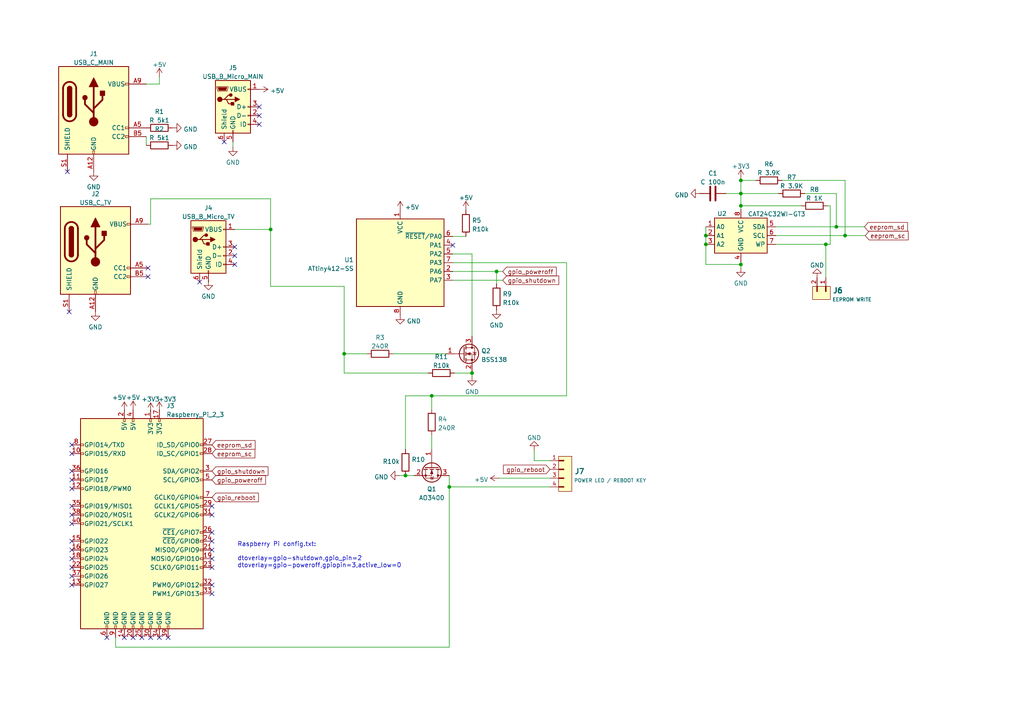
<source format=kicad_sch>
(kicad_sch (version 20211123) (generator eeschema)
  (paper "A4")
  (title_block (title "RPi TV power switch uHAT"))
  (lib_symbols
    (symbol "Connector:Raspberry_Pi_2_3" (pin_names (offset 1.016))
      (property "Reference" "J" (at -17.78 31.75 0))
      (property "Value" "Raspberry_Pi_2_3" (at 10.16 -31.75 0))
      (symbol "Raspberry_Pi_2_3_0_1"
        (rectangle (start -17.78 30.48) (end 17.78 -30.48) (stroke (width 0.254)) (fill (type background)))
      )
      (symbol "Raspberry_Pi_2_3_1_1"
        (rectangle (start -16.891 -17.526) (end -17.78 -18.034))
        (rectangle (start -16.891 -14.986) (end -17.78 -15.494))
        (rectangle (start -16.891 -12.446) (end -17.78 -12.954))
        (rectangle (start -16.891 -9.906) (end -17.78 -10.414))
        (rectangle (start -16.891 -7.366) (end -17.78 -7.874))
        (rectangle (start -16.891 -4.826) (end -17.78 -5.334))
        (rectangle (start -16.891 0.254) (end -17.78 -0.254))
        (rectangle (start -16.891 2.794) (end -17.78 2.286))
        (rectangle (start -16.891 5.334) (end -17.78 4.826))
        (rectangle (start -16.891 10.414) (end -17.78 9.906))
        (rectangle (start -16.891 12.954) (end -17.78 12.446))
        (rectangle (start -16.891 15.494) (end -17.78 14.986))
        (rectangle (start -16.891 20.574) (end -17.78 20.066))
        (rectangle (start -16.891 23.114) (end -17.78 22.606))
        (rectangle (start -10.414 -29.591) (end -9.906 -30.48))
        (rectangle (start -7.874 -29.591) (end -7.366 -30.48))
        (rectangle (start -5.334 -29.591) (end -4.826 -30.48))
        (rectangle (start -5.334 30.48) (end -4.826 29.591))
        (rectangle (start -2.794 -29.591) (end -2.286 -30.48))
        (rectangle (start -2.794 30.48) (end -2.286 29.591))
        (rectangle (start -0.254 -29.591) (end 0.254 -30.48))
        (rectangle (start 2.286 -29.591) (end 2.794 -30.48))
        (rectangle (start 2.286 30.48) (end 2.794 29.591))
        (rectangle (start 4.826 -29.591) (end 5.334 -30.48))
        (rectangle (start 4.826 30.48) (end 5.334 29.591))
        (rectangle (start 7.366 -29.591) (end 7.874 -30.48))
        (rectangle (start 17.78 -20.066) (end 16.891 -20.574))
        (rectangle (start 17.78 -17.526) (end 16.891 -18.034))
        (rectangle (start 17.78 -12.446) (end 16.891 -12.954))
        (rectangle (start 17.78 -9.906) (end 16.891 -10.414))
        (rectangle (start 17.78 -7.366) (end 16.891 -7.874))
        (rectangle (start 17.78 -4.826) (end 16.891 -5.334))
        (rectangle (start 17.78 -2.286) (end 16.891 -2.794))
        (rectangle (start 17.78 2.794) (end 16.891 2.286))
        (rectangle (start 17.78 5.334) (end 16.891 4.826))
        (rectangle (start 17.78 7.874) (end 16.891 7.366))
        (rectangle (start 17.78 12.954) (end 16.891 12.446))
        (rectangle (start 17.78 15.494) (end 16.891 14.986))
        (rectangle (start 17.78 20.574) (end 16.891 20.066))
        (rectangle (start 17.78 23.114) (end 16.891 22.606))
        (pin power_in line (at 2.54 33.02 270) (length 2.54) (name "3V3") (number "1"))
        (pin bidirectional line (at -20.32 20.32 0) (length 2.54) (name "GPIO15/RXD") (number "10"))
        (pin bidirectional line (at -20.32 12.7 0) (length 2.54) (name "GPIO17") (number "11"))
        (pin bidirectional line (at -20.32 10.16 0) (length 2.54) (name "GPIO18/PWM0") (number "12"))
        (pin bidirectional line (at -20.32 -17.78 0) (length 2.54) (name "GPIO27") (number "13"))
        (pin power_in line (at -5.08 -33.02 90) (length 2.54) (name "GND") (number "14"))
        (pin bidirectional line (at -20.32 -5.08 0) (length 2.54) (name "GPIO22") (number "15"))
        (pin bidirectional line (at -20.32 -7.62 0) (length 2.54) (name "GPIO23") (number "16"))
        (pin power_in line (at 5.08 33.02 270) (length 2.54) (name "3V3") (number "17"))
        (pin bidirectional line (at -20.32 -10.16 0) (length 2.54) (name "GPIO24") (number "18"))
        (pin bidirectional line (at 20.32 -10.16 180) (length 2.54) (name "MOSI0/GPIO10") (number "19"))
        (pin power_in line (at -5.08 33.02 270) (length 2.54) (name "5V") (number "2"))
        (pin power_in line (at -2.54 -33.02 90) (length 2.54) (name "GND") (number "20"))
        (pin bidirectional line (at 20.32 -7.62 180) (length 2.54) (name "MISO0/GPIO9") (number "21"))
        (pin bidirectional line (at -20.32 -12.7 0) (length 2.54) (name "GPIO25") (number "22"))
        (pin bidirectional line (at 20.32 -12.7 180) (length 2.54) (name "SCLK0/GPIO11") (number "23"))
        (pin bidirectional line (at 20.32 -5.08 180) (length 2.54) (name "~{CE0}/GPIO8") (number "24"))
        (pin power_in line (at 0 -33.02 90) (length 2.54) (name "GND") (number "25"))
        (pin bidirectional line (at 20.32 -2.54 180) (length 2.54) (name "~{CE1}/GPIO7") (number "26"))
        (pin bidirectional line (at 20.32 22.86 180) (length 2.54) (name "ID_SD/GPIO0") (number "27"))
        (pin bidirectional line (at 20.32 20.32 180) (length 2.54) (name "ID_SC/GPIO1") (number "28"))
        (pin bidirectional line (at 20.32 5.08 180) (length 2.54) (name "GCLK1/GPIO5") (number "29"))
        (pin bidirectional line (at 20.32 15.24 180) (length 2.54) (name "SDA/GPIO2") (number "3"))
        (pin power_in line (at 2.54 -33.02 90) (length 2.54) (name "GND") (number "30"))
        (pin bidirectional line (at 20.32 2.54 180) (length 2.54) (name "GCLK2/GPIO6") (number "31"))
        (pin bidirectional line (at 20.32 -17.78 180) (length 2.54) (name "PWM0/GPIO12") (number "32"))
        (pin bidirectional line (at 20.32 -20.32 180) (length 2.54) (name "PWM1/GPIO13") (number "33"))
        (pin power_in line (at 5.08 -33.02 90) (length 2.54) (name "GND") (number "34"))
        (pin bidirectional line (at -20.32 5.08 0) (length 2.54) (name "GPIO19/MISO1") (number "35"))
        (pin bidirectional line (at -20.32 15.24 0) (length 2.54) (name "GPIO16") (number "36"))
        (pin bidirectional line (at -20.32 -15.24 0) (length 2.54) (name "GPIO26") (number "37"))
        (pin bidirectional line (at -20.32 2.54 0) (length 2.54) (name "GPIO20/MOSI1") (number "38"))
        (pin power_in line (at 7.62 -33.02 90) (length 2.54) (name "GND") (number "39"))
        (pin power_in line (at -2.54 33.02 270) (length 2.54) (name "5V") (number "4"))
        (pin bidirectional line (at -20.32 0 0) (length 2.54) (name "GPIO21/SCLK1") (number "40"))
        (pin bidirectional line (at 20.32 12.7 180) (length 2.54) (name "SCL/GPIO3") (number "5"))
        (pin power_in line (at -10.16 -33.02 90) (length 2.54) (name "GND") (number "6"))
        (pin bidirectional line (at 20.32 7.62 180) (length 2.54) (name "GCLK0/GPIO4") (number "7"))
        (pin bidirectional line (at -20.32 22.86 0) (length 2.54) (name "GPIO14/TXD") (number "8"))
        (pin power_in line (at -7.62 -33.02 90) (length 2.54) (name "GND") (number "9"))
      )
    )
    (symbol "Connector:USB_B_Micro" (pin_names (offset 1.016))
      (property "Reference" "J" (at -5.08 11.43 0))
      (property "Value" "USB_B_Micro" (at -5.08 8.89 0))
      (symbol "USB_B_Micro_0_1"
        (rectangle (start -5.08 -7.62) (end 5.08 7.62) (stroke (width 0.254)) (fill (type background)))
        (circle (center -3.81 2.159) (radius 0.635) (stroke (width 0.254)) (fill (type outline)))
        (circle (center -0.635 3.429) (radius 0.381) (stroke (width 0.254)) (fill (type outline)))
        (rectangle (start -0.127 -7.62) (end 0.127 -6.858))
        (polyline (pts (xy -1.905 2.159) (xy 0.635 2.159)) (stroke (width 0.254)))
        (polyline (pts (xy -3.175 2.159) (xy -2.54 2.159) (xy -1.27 3.429) (xy -0.635 3.429)) (stroke (width 0.254)))
        (polyline (pts (xy -2.54 2.159) (xy -1.905 2.159) (xy -1.27 0.889) (xy 0 0.889)) (stroke (width 0.254)))
        (polyline (pts (xy 0.635 2.794) (xy 0.635 1.524) (xy 1.905 2.159) (xy 0.635 2.794)) (stroke (width 0.254)) (fill (type outline)))
        (polyline (pts (xy -4.318 5.588) (xy -1.778 5.588) (xy -2.032 4.826) (xy -4.064 4.826) (xy -4.318 5.588)) (fill (type outline)))
        (polyline (pts (xy -4.699 5.842) (xy -4.699 5.588) (xy -4.445 4.826) (xy -4.445 4.572) (xy -1.651 4.572) (xy -1.651 4.826) (xy -1.397 5.588) (xy -1.397 5.842) (xy -4.699 5.842)))
        (rectangle (start 0.254 1.27) (end -0.508 0.508) (stroke (width 0.254)) (fill (type outline)))
        (rectangle (start 5.08 -5.207) (end 4.318 -4.953))
        (rectangle (start 5.08 -2.667) (end 4.318 -2.413))
        (rectangle (start 5.08 -0.127) (end 4.318 0.127))
        (rectangle (start 5.08 4.953) (end 4.318 5.207))
      )
      (symbol "USB_B_Micro_1_1"
        (pin power_out line (at 7.62 5.08 180) (length 2.54) (name "VBUS") (number "1"))
        (pin bidirectional line (at 7.62 -2.54 180) (length 2.54) (name "D-") (number "2"))
        (pin bidirectional line (at 7.62 0 180) (length 2.54) (name "D+") (number "3"))
        (pin passive line (at 7.62 -5.08 180) (length 2.54) (name "ID") (number "4"))
        (pin power_out line (at 0 -10.16 90) (length 2.54) (name "GND") (number "5"))
        (pin passive line (at -2.54 -10.16 90) (length 2.54) (name "Shield") (number "6"))
      )
    )
    (symbol "Connector:USB_C_Receptacle_PowerOnly_6P" (pin_names (offset 1.016))
      (property "Reference" "J" (at 0 16.51 0))
      (property "Value" "USB_C_Receptacle_PowerOnly_6P" (at 0 13.97 0))
      (symbol "USB_C_Receptacle_PowerOnly_6P_0_0"
        (rectangle (start -0.254 -12.7) (end 0.254 -11.684))
        (rectangle (start 10.16 -7.366) (end 9.144 -7.874))
        (rectangle (start 10.16 -4.826) (end 9.144 -5.334))
        (rectangle (start 10.16 7.874) (end 9.144 7.366))
      )
      (symbol "USB_C_Receptacle_PowerOnly_6P_0_1"
        (rectangle (start -10.16 12.7) (end 10.16 -12.7) (stroke (width 0.254)) (fill (type background)))
        (arc (start -8.89 -1.27) (mid -6.985 -3.175) (end -5.08 -1.27) (stroke (width 0.508)))
        (arc (start -7.62 -1.27) (mid -6.985 -1.905) (end -6.35 -1.27) (stroke (width 0.254)))
        (arc (start -7.62 -1.27) (mid -6.985 -1.905) (end -6.35 -1.27) (stroke (width 0.254)) (fill (type outline)))
        (rectangle (start -7.62 -1.27) (end -6.35 6.35) (stroke (width 0.254)) (fill (type outline)))
        (arc (start -6.35 6.35) (mid -6.985 6.985) (end -7.62 6.35) (stroke (width 0.254)))
        (arc (start -6.35 6.35) (mid -6.985 6.985) (end -7.62 6.35) (stroke (width 0.254)) (fill (type outline)))
        (arc (start -5.08 6.35) (mid -6.985 8.255) (end -8.89 6.35) (stroke (width 0.508)))
        (circle (center -2.54 3.683) (radius 0.635) (stroke (width 0.254)) (fill (type outline)))
        (circle (center 0 -3.302) (radius 1.27) (fill (type outline)))
        (polyline (pts (xy -8.89 -1.27) (xy -8.89 6.35)) (stroke (width 0.508)))
        (polyline (pts (xy -5.08 6.35) (xy -5.08 -1.27)) (stroke (width 0.508)))
        (polyline (pts (xy 0 -3.302) (xy 0 6.858)) (stroke (width 0.508)))
        (polyline (pts (xy 0 -0.762) (xy -2.54 1.778) (xy -2.54 3.048)) (stroke (width 0.508)))
        (polyline (pts (xy 0 0.508) (xy 2.54 3.048) (xy 2.54 4.318)) (stroke (width 0.508)))
        (polyline (pts (xy -1.27 6.858) (xy 0 9.398) (xy 1.27 6.858) (xy -1.27 6.858)) (stroke (width 0.254)) (fill (type outline)))
        (rectangle (start 1.905 4.318) (end 3.175 5.588) (stroke (width 0.254)) (fill (type outline)))
      )
      (symbol "USB_C_Receptacle_PowerOnly_6P_1_1"
        (pin passive line (at 0 -17.78 90) (length 5.08) (name "GND") (number "A12"))
        (pin bidirectional line (at 15.24 -5.08 180) (length 5.08) (name "CC1") (number "A5"))
        (pin passive line (at 15.24 7.62 180) (length 5.08) (name "VBUS") (number "A9"))
        (pin passive line (at 0 -17.78 90) (length 5.08) hide (name "GND") (number "B12"))
        (pin bidirectional line (at 15.24 -7.62 180) (length 5.08) (name "CC2") (number "B5"))
        (pin passive line (at 15.24 7.62 180) (length 5.08) hide (name "VBUS") (number "B9"))
        (pin passive line (at -7.62 -17.78 90) (length 5.08) (name "SHIELD") (number "S1"))
      )
    )
    (symbol "Device:C" (pin_numbers hide) (pin_names (offset 0.254))
      (property "Reference" "C" (at 0.635 2.54 0))
      (property "Value" "C" (at 0.635 -2.54 0))
      (symbol "C_0_1"
        (polyline (pts (xy -2.032 -0.762) (xy 2.032 -0.762)) (stroke (width 0.508)))
        (polyline (pts (xy -2.032 0.762) (xy 2.032 0.762)) (stroke (width 0.508)))
      )
      (symbol "C_1_1"
        (pin passive line (at 0 3.81 270) (length 2.794) (name "~") (number "1"))
        (pin passive line (at 0 -3.81 90) (length 2.794) (name "~") (number "2"))
      )
    )
    (symbol "Device:R" (pin_numbers hide) (pin_names (offset 0))
      (property "Reference" "R" (at 2.032 0 90))
      (property "Value" "R" (at 0 0 90))
      (symbol "R_0_1"
        (rectangle (start -1.016 -2.54) (end 1.016 2.54) (stroke (width 0.254)))
      )
      (symbol "R_1_1"
        (pin passive line (at 0 3.81 270) (length 1.27) (name "~") (number "1"))
        (pin passive line (at 0 -3.81 90) (length 1.27) (name "~") (number "2"))
      )
    )
    (symbol "MCU_Microchip_ATtiny:ATtiny412-SS"
      (property "Reference" "U" (at -12.7 13.97 0))
      (property "Value" "ATtiny412-SS" (at 2.54 -13.97 0))
      (symbol "ATtiny412-SS_0_1"
        (rectangle (start -12.7 -12.7) (end 12.7 12.7) (stroke (width 0.254)) (fill (type background)))
      )
      (symbol "ATtiny412-SS_1_1"
        (pin power_in line (at 0 15.24 270) (length 2.54) (name "VCC") (number "1"))
        (pin bidirectional line (at 15.24 -2.54 180) (length 2.54) (name "PA6") (number "2"))
        (pin bidirectional line (at 15.24 -5.08 180) (length 2.54) (name "PA7") (number "3"))
        (pin bidirectional line (at 15.24 5.08 180) (length 2.54) (name "PA1") (number "4"))
        (pin bidirectional line (at 15.24 2.54 180) (length 2.54) (name "PA2") (number "5"))
        (pin bidirectional line (at 15.24 7.62 180) (length 2.54) (name "~{RESET}/PA0") (number "6"))
        (pin bidirectional line (at 15.24 0 180) (length 2.54) (name "PA3") (number "7"))
        (pin power_in line (at 0 -15.24 90) (length 2.54) (name "GND") (number "8"))
      )
    )
    (symbol "Memory_EEPROM:24LC32"
      (property "Reference" "U" (at -6.35 6.35 0))
      (property "Value" "24LC32" (at 1.27 6.35 0))
      (symbol "24LC32_1_1"
        (rectangle (start -7.62 5.08) (end 7.62 -5.08) (stroke (width 0.254)) (fill (type background)))
        (pin input line (at -10.16 2.54 0) (length 2.54) (name "A0") (number "1"))
        (pin input line (at -10.16 0 0) (length 2.54) (name "A1") (number "2"))
        (pin input line (at -10.16 -2.54 0) (length 2.54) (name "A2") (number "3"))
        (pin power_in line (at 0 -7.62 90) (length 2.54) (name "GND") (number "4"))
        (pin bidirectional line (at 10.16 2.54 180) (length 2.54) (name "SDA") (number "5"))
        (pin input line (at 10.16 0 180) (length 2.54) (name "SCL") (number "6"))
        (pin input line (at 10.16 -2.54 180) (length 2.54) (name "WP") (number "7"))
        (pin power_in line (at 0 7.62 270) (length 2.54) (name "VCC") (number "8"))
      )
    )
    (symbol "Transistor_FET:AO3400A" (pin_names hide)
      (property "Reference" "Q" (at 5.08 1.905 0))
      (property "Value" "AO3400A" (at 5.08 0 0))
      (symbol "AO3400A_0_1"
        (polyline (pts (xy 0.254 0) (xy -2.54 0)))
        (polyline (pts (xy 0.254 1.905) (xy 0.254 -1.905)) (stroke (width 0.254)))
        (polyline (pts (xy 0.762 -1.27) (xy 0.762 -2.286)) (stroke (width 0.254)))
        (polyline (pts (xy 0.762 0.508) (xy 0.762 -0.508)) (stroke (width 0.254)))
        (polyline (pts (xy 0.762 2.286) (xy 0.762 1.27)) (stroke (width 0.254)))
        (polyline (pts (xy 2.54 2.54) (xy 2.54 1.778)))
        (polyline (pts (xy 2.54 -2.54) (xy 2.54 0) (xy 0.762 0)))
        (polyline (pts (xy 0.762 -1.778) (xy 3.302 -1.778) (xy 3.302 1.778) (xy 0.762 1.778)))
        (polyline (pts (xy 1.016 0) (xy 2.032 0.381) (xy 2.032 -0.381) (xy 1.016 0)) (fill (type outline)))
        (polyline (pts (xy 2.794 0.508) (xy 2.921 0.381) (xy 3.683 0.381) (xy 3.81 0.254)))
        (polyline (pts (xy 3.302 0.381) (xy 2.921 -0.254) (xy 3.683 -0.254) (xy 3.302 0.381)))
        (circle (center 1.651 0) (radius 2.794) (stroke (width 0.254)))
        (circle (center 2.54 -1.778) (radius 0.254) (fill (type outline)))
        (circle (center 2.54 1.778) (radius 0.254) (fill (type outline)))
      )
      (symbol "AO3400A_1_1"
        (pin input line (at -5.08 0 0) (length 2.54) (name "G") (number "1"))
        (pin passive line (at 2.54 -5.08 90) (length 2.54) (name "S") (number "2"))
        (pin passive line (at 2.54 5.08 270) (length 2.54) (name "D") (number "3"))
      )
    )
    (symbol "Transistor_FET:BSS138" (pin_names hide)
      (property "Reference" "Q" (at 5.08 1.905 0))
      (property "Value" "BSS138" (at 5.08 0 0))
      (symbol "BSS138_0_1"
        (polyline (pts (xy 0.254 0) (xy -2.54 0)))
        (polyline (pts (xy 0.254 1.905) (xy 0.254 -1.905)) (stroke (width 0.254)))
        (polyline (pts (xy 0.762 -1.27) (xy 0.762 -2.286)) (stroke (width 0.254)))
        (polyline (pts (xy 0.762 0.508) (xy 0.762 -0.508)) (stroke (width 0.254)))
        (polyline (pts (xy 0.762 2.286) (xy 0.762 1.27)) (stroke (width 0.254)))
        (polyline (pts (xy 2.54 2.54) (xy 2.54 1.778)))
        (polyline (pts (xy 2.54 -2.54) (xy 2.54 0) (xy 0.762 0)))
        (polyline (pts (xy 0.762 -1.778) (xy 3.302 -1.778) (xy 3.302 1.778) (xy 0.762 1.778)))
        (polyline (pts (xy 1.016 0) (xy 2.032 0.381) (xy 2.032 -0.381) (xy 1.016 0)) (fill (type outline)))
        (polyline (pts (xy 2.794 0.508) (xy 2.921 0.381) (xy 3.683 0.381) (xy 3.81 0.254)))
        (polyline (pts (xy 3.302 0.381) (xy 2.921 -0.254) (xy 3.683 -0.254) (xy 3.302 0.381)))
        (circle (center 1.651 0) (radius 2.794) (stroke (width 0.254)))
        (circle (center 2.54 -1.778) (radius 0.254) (fill (type outline)))
        (circle (center 2.54 1.778) (radius 0.254) (fill (type outline)))
      )
      (symbol "BSS138_1_1"
        (pin input line (at -5.08 0 0) (length 2.54) (name "G") (number "1"))
        (pin passive line (at 2.54 -5.08 90) (length 2.54) (name "S") (number "2"))
        (pin passive line (at 2.54 5.08 270) (length 2.54) (name "D") (number "3"))
      )
    )
    (symbol "connectors:HEADER-1x02" (pin_names (offset 1.016) hide)
      (property "Reference" "J" (at -1.27 3.81 0))
      (property "Value" "HEADER-1x02" (at 3.81 0 90))
      (symbol "HEADER-1x02_0_1"
        (rectangle (start -1.27 -1.143) (end 0.254 -1.397) (fill (type outline)))
        (rectangle (start -1.27 1.397) (end 0.254 1.143) (fill (type outline)))
        (rectangle (start -1.27 2.54) (end 2.54 -2.54) (fill (type background)))
      )
      (symbol "HEADER-1x02_1_1"
        (pin passive line (at -3.81 1.27 0) (length 2.54) (name "P1") (number "1"))
        (pin passive line (at -3.81 -1.27 0) (length 2.54) (name "P2") (number "2"))
      )
    )
    (symbol "connectors:HEADER-1x04" (pin_names (offset 1.016) hide)
      (property "Reference" "J" (at -1.27 6.35 0))
      (property "Value" "HEADER-1x04" (at 3.81 0 90))
      (symbol "HEADER-1x04_0_1"
        (rectangle (start -1.27 -3.683) (end 0.254 -3.937) (fill (type outline)))
        (rectangle (start -1.27 -1.143) (end 0.254 -1.397) (fill (type outline)))
        (rectangle (start -1.27 1.397) (end 0.254 1.143) (fill (type outline)))
        (rectangle (start -1.27 3.937) (end 0.254 3.683) (fill (type outline)))
        (rectangle (start -1.27 5.08) (end 2.54 -5.08) (fill (type background)))
      )
      (symbol "HEADER-1x04_1_1"
        (pin passive line (at -3.81 3.81 0) (length 2.54) (name "P1") (number "1"))
        (pin passive line (at -3.81 1.27 0) (length 2.54) (name "P2") (number "2"))
        (pin passive line (at -3.81 -1.27 0) (length 2.54) (name "P3") (number "3"))
        (pin passive line (at -3.81 -3.81 0) (length 2.54) (name "P4") (number "4"))
      )
    )
    (symbol "power:+3V3" (power) (pin_names (offset 0))
      (property "Value" "+3V3" (at 0 3.556 0))
      (symbol "+3V3_0_1"
        (polyline (pts (xy -0.762 1.27) (xy 0 2.54)))
        (polyline (pts (xy 0 0) (xy 0 2.54)))
        (polyline (pts (xy 0 2.54) (xy 0.762 1.27)))
      )
      (symbol "+3V3_1_1"
        (pin power_in line (at 0 0 90) (length 0) hide (name "+3V3") (number "1"))
      )
    )
    (symbol "power:+5V" (power) (pin_names (offset 0))
      (property "Value" "+5V" (at 0 3.556 0))
      (symbol "+5V_0_1"
        (polyline (pts (xy -0.762 1.27) (xy 0 2.54)))
        (polyline (pts (xy 0 0) (xy 0 2.54)))
        (polyline (pts (xy 0 2.54) (xy 0.762 1.27)))
      )
      (symbol "+5V_1_1"
        (pin power_in line (at 0 0 90) (length 0) hide (name "+5V") (number "1"))
      )
    )
    (symbol "power:GND" (power) (pin_names (offset 0))
      (property "Value" "GND" (at 0 -3.81 0))
      (symbol "GND_0_1"
        (polyline (pts (xy 0 0) (xy 0 -1.27) (xy 1.27 -1.27) (xy 0 -2.54) (xy -1.27 -1.27) (xy 0 -1.27)))
      )
      (symbol "GND_1_1"
        (pin power_in line (at 0 0 270) (length 0) hide (name "GND") (number "1"))
      )
    )
  )
  (junction (at 242.57 65.786))
  (junction (at 130.302 141.224))
  (junction (at 204.724 68.326))
  (junction (at 99.822 102.616))
  (junction (at 245.11 68.326))
  (junction (at 214.884 52.324))
  (junction (at 78.486 66.548))
  (junction (at 239.522 70.866))
  (junction (at 144.018 78.74))
  (junction (at 214.884 76.708))
  (junction (at 204.724 70.866))
  (junction (at 125.222 114.808))
  (junction (at 117.602 137.922))
  (junction (at 136.906 108.204))
  (junction (at 214.884 59.69))
  (junction (at 214.884 56.134))
  (no_connect (at 20.828 129.032))
  (no_connect (at 20.828 164.592))
  (no_connect (at 61.468 149.352))
  (no_connect (at 30.988 184.912))
  (no_connect (at 20.828 149.352))
  (no_connect (at 68.072 76.708))
  (no_connect (at 57.912 81.788))
  (no_connect (at 75.184 36.068))
  (no_connect (at 46.228 184.912))
  (no_connect (at 20.828 159.512))
  (no_connect (at 36.068 184.912))
  (no_connect (at 42.926 80.264))
  (no_connect (at 61.468 156.972))
  (no_connect (at 20.828 146.812))
  (no_connect (at 20.828 151.892))
  (no_connect (at 61.468 159.512))
  (no_connect (at 61.468 162.052))
  (no_connect (at 20.828 156.972))
  (no_connect (at 20.828 167.132))
  (no_connect (at 131.318 71.12))
  (no_connect (at 41.148 184.912))
  (no_connect (at 38.608 184.912))
  (no_connect (at 61.468 169.672))
  (no_connect (at 19.558 49.784))
  (no_connect (at 48.768 184.912))
  (no_connect (at 68.072 71.628))
  (no_connect (at 61.468 164.592))
  (no_connect (at 65.024 41.148))
  (no_connect (at 75.184 33.528))
  (no_connect (at 61.468 154.432))
  (no_connect (at 43.688 184.912))
  (no_connect (at 68.072 74.168))
  (no_connect (at 20.828 169.672))
  (no_connect (at 20.066 90.424))
  (no_connect (at 20.828 139.192))
  (no_connect (at 20.828 162.052))
  (no_connect (at 20.828 131.572))
  (no_connect (at 42.926 77.724))
  (no_connect (at 75.184 30.988))
  (no_connect (at 20.828 141.732))
  (no_connect (at 61.468 146.812))
  (no_connect (at 20.828 136.652))
  (no_connect (at 61.468 172.212))
  (wire (pts (xy 117.602 130.302) (xy 117.602 114.808)))
  (wire (pts (xy 214.884 52.324) (xy 214.884 56.134)))
  (wire (pts (xy 214.884 59.69) (xy 214.884 60.706)))
  (wire (pts (xy 144.018 78.74) (xy 145.796 78.74)))
  (wire (pts (xy 114.046 102.616) (xy 129.286 102.616)))
  (wire (pts (xy 78.486 66.548) (xy 78.486 83.058)))
  (wire (pts (xy 204.724 65.786) (xy 204.724 68.326)))
  (wire (pts (xy 204.724 70.866) (xy 204.724 76.708)))
  (wire (pts (xy 245.11 52.324) (xy 245.11 68.326)))
  (wire (pts (xy 131.826 108.204) (xy 136.906 108.204)))
  (wire (pts (xy 214.884 76.708) (xy 214.884 75.946)))
  (wire (pts (xy 125.222 126.238) (xy 125.222 130.302)))
  (wire (pts (xy 131.318 78.74) (xy 144.018 78.74)))
  (wire (pts (xy 131.318 68.58) (xy 135.128 68.58)))
  (wire (pts (xy 125.222 114.808) (xy 164.338 114.808)))
  (wire (pts (xy 204.724 68.326) (xy 204.724 70.866)))
  (wire (pts (xy 245.11 68.326) (xy 225.044 68.326)))
  (wire (pts (xy 117.602 114.808) (xy 125.222 114.808)))
  (wire (pts (xy 250.698 65.786) (xy 242.57 65.786)))
  (wire (pts (xy 240.792 59.69) (xy 240.792 70.866)))
  (wire (pts (xy 33.528 184.912) (xy 33.528 187.706)))
  (wire (pts (xy 43.688 65.024) (xy 43.688 57.658)))
  (wire (pts (xy 144.018 78.74) (xy 144.018 82.296)))
  (wire (pts (xy 42.926 65.024) (xy 43.688 65.024)))
  (wire (pts (xy 42.418 39.624) (xy 42.418 42.164)))
  (wire (pts (xy 33.528 187.706) (xy 130.302 187.706)))
  (wire (pts (xy 204.724 76.708) (xy 214.884 76.708)))
  (wire (pts (xy 225.044 70.866) (xy 239.522 70.866)))
  (wire (pts (xy 154.94 133.604) (xy 154.94 130.556)))
  (wire (pts (xy 136.906 108.204) (xy 136.906 109.22)))
  (wire (pts (xy 99.822 108.204) (xy 99.822 102.616)))
  (wire (pts (xy 214.884 77.724) (xy 214.884 76.708)))
  (wire (pts (xy 78.486 57.658) (xy 78.486 66.548)))
  (wire (pts (xy 115.824 137.922) (xy 117.602 137.922)))
  (wire (pts (xy 43.688 57.658) (xy 78.486 57.658)))
  (wire (pts (xy 159.512 133.604) (xy 154.94 133.604)))
  (wire (pts (xy 36.068 118.872) (xy 36.068 119.126)))
  (wire (pts (xy 67.564 42.672) (xy 67.564 41.148)))
  (wire (pts (xy 250.952 68.326) (xy 245.11 68.326)))
  (wire (pts (xy 46.228 24.384) (xy 46.228 22.352)))
  (wire (pts (xy 233.426 56.134) (xy 242.57 56.134)))
  (wire (pts (xy 214.884 56.134) (xy 225.806 56.134)))
  (wire (pts (xy 145.796 81.28) (xy 131.318 81.28)))
  (wire (pts (xy 214.884 56.134) (xy 214.884 59.69)))
  (wire (pts (xy 106.426 102.616) (xy 99.822 102.616)))
  (wire (pts (xy 124.206 108.204) (xy 99.822 108.204)))
  (wire (pts (xy 136.906 107.696) (xy 136.906 108.204)))
  (wire (pts (xy 239.522 80.518) (xy 239.522 70.866)))
  (wire (pts (xy 239.522 70.866) (xy 240.792 70.866)))
  (wire (pts (xy 78.486 83.058) (xy 99.822 83.058)))
  (wire (pts (xy 60.452 81.788) (xy 60.452 81.534)))
  (wire (pts (xy 159.512 138.684) (xy 144.78 138.684)))
  (wire (pts (xy 240.03 59.69) (xy 240.792 59.69)))
  (wire (pts (xy 130.302 141.224) (xy 130.302 187.706)))
  (wire (pts (xy 214.884 52.324) (xy 219.202 52.324)))
  (wire (pts (xy 99.822 102.616) (xy 99.822 83.058)))
  (wire (pts (xy 131.318 76.2) (xy 164.338 76.2)))
  (wire (pts (xy 242.57 65.786) (xy 225.044 65.786)))
  (wire (pts (xy 136.906 97.536) (xy 136.906 73.66)))
  (wire (pts (xy 130.302 137.922) (xy 130.302 141.224)))
  (wire (pts (xy 43.688 118.872) (xy 43.688 119.38)))
  (wire (pts (xy 210.566 56.134) (xy 214.884 56.134)))
  (wire (pts (xy 226.822 52.324) (xy 245.11 52.324)))
  (wire (pts (xy 242.57 56.134) (xy 242.57 65.786)))
  (wire (pts (xy 214.884 59.69) (xy 232.41 59.69)))
  (wire (pts (xy 136.906 73.66) (xy 131.318 73.66)))
  (wire (pts (xy 130.302 141.224) (xy 159.512 141.224)))
  (wire (pts (xy 68.072 66.548) (xy 78.486 66.548)))
  (wire (pts (xy 117.602 137.922) (xy 120.142 137.922)))
  (wire (pts (xy 42.418 24.384) (xy 46.228 24.384)))
  (wire (pts (xy 214.884 51.816) (xy 214.884 52.324)))
  (wire (pts (xy 46.228 118.872) (xy 46.228 119.126)))
  (wire (pts (xy 164.338 114.808) (xy 164.338 76.2)))
  (wire (pts (xy 125.222 114.808) (xy 125.222 118.618)))
  (text "Raspberry Pi config.txt:\n\ndtoverlay=gpio-shutdown,gpio_pin=2\ndtoverlay=gpio-poweroff,gpiopin=3,active_low=0\n" (at 68.834 164.846 0) (effects (font (size 1.27 1.27)) (justify left bottom)))
  (global_label "gpio_shutdown" (shape input) (at 145.796 81.28 0) (property "Reference mezi listy" "${INTERSHEET_REFS}" (effects hide)))
  (global_label "eeprom_sd" (shape input) (at 61.468 129.032 0) (property "Reference mezi listy" "${INTERSHEET_REFS}" (effects hide)))
  (global_label "eeprom_sd" (shape input) (at 250.698 65.786 0) (property "Reference mezi listy" "${INTERSHEET_REFS}" (effects hide)))
  (global_label "eeprom_sc" (shape input) (at 250.952 68.326 0) (property "Reference mezi listy" "${INTERSHEET_REFS}" (effects hide)))
  (global_label "gpio_poweroff" (shape input) (at 61.468 139.192 0) (property "Reference mezi listy" "${INTERSHEET_REFS}" (effects hide)))
  (global_label "gpio_poweroff" (shape input) (at 145.796 78.74 0) (property "Reference mezi listy" "${INTERSHEET_REFS}" (effects hide)))
  (global_label "gpio_reboot" (shape input) (at 159.512 136.144 180) (property "Reference mezi listy" "${INTERSHEET_REFS}" (effects hide)))
  (global_label "gpio_reboot" (shape input) (at 61.468 144.272 0) (property "Reference mezi listy" "${INTERSHEET_REFS}" (effects hide)))
  (global_label "eeprom_sc" (shape input) (at 61.468 131.572 0) (property "Reference mezi listy" "${INTERSHEET_REFS}" (effects hide)))
  (global_label "gpio_shutdown" (shape input) (at 61.468 136.652 0) (property "Reference mezi listy" "${INTERSHEET_REFS}" (effects hide)))
  (symbol (lib_id "power:GND") (at 60.452 81.534 0) (unit 1)
    (property "Reference" "#PWR0112" (effects hide))
    (property "Value" "GND" (at 60.452 85.9774 0))
  )
  (symbol (lib_id "Transistor_FET:AO3400A") (at 125.222 135.382 270) (unit 1)
    (property "Reference" "Q1" (at 125.222 141.8574 90))
    (property "Value" "AO3400" (at 125.222 144.3943 90))
    (property "Footprint" "Package_TO_SOT_SMD:SOT-23" (effects hide))
    (property "Datasheet" "http://www.aosmd.com/pdfs/datasheet/AO3400A.pdf" (effects hide))
  )
  (symbol (lib_id "Device:R") (at 125.222 122.428 0) (unit 1)
    (property "Reference" "R4" (at 127 121.5933 0) (effects (justify left)))
    (property "Value" "240R" (at 127 124.1302 0) (effects (justify left)))
    (property "Footprint" "Resistor_SMD:R_1206_3216Metric_Pad1.30x1.75mm_HandSolder" (effects hide))
  )
  (symbol (lib_id "power:GND") (at 116.078 91.44 0) (unit 1)
    (property "Reference" "#PWR0120" (effects hide))
    (property "Value" "GND" (at 117.983 93.1438 0) (effects (justify left)))
  )
  (symbol (lib_id "power:+5V") (at 36.068 119.126 0) (unit 1)
    (property "Reference" "#PWR0114" (effects hide))
    (property "Value" "+5V" (at 34.544 115.316 0))
  )
  (symbol (lib_id "Device:R") (at 223.012 52.324 90) (unit 1)
    (property "Reference" "R6" (at 223.012 47.6082 90))
    (property "Value" "R 3.9K" (at 223.012 50.1451 90))
    (property "Footprint" "Resistor_SMD:R_1206_3216Metric_Pad1.30x1.75mm_HandSolder" (effects hide))
  )
  (symbol (lib_id "Device:R") (at 135.128 64.77 180) (unit 1)
    (property "Reference" "R5" (at 136.906 63.9353 0) (effects (justify right)))
    (property "Value" "R10k" (at 136.906 66.4722 0) (effects (justify right)))
    (property "Footprint" "Resistor_SMD:R_1206_3216Metric_Pad1.30x1.75mm_HandSolder" (effects hide))
  )
  (symbol (lib_id "Device:C") (at 206.756 56.134 90) (unit 1)
    (property "Reference" "C1" (at 206.756 50.2752 90))
    (property "Value" "C 100n" (at 206.756 52.8121 90))
    (property "Footprint" "Capacitor_SMD:C_1206_3216Metric_Pad1.33x1.80mm_HandSolder" (effects hide))
  )
  (symbol (lib_id "power:+5V") (at 38.608 118.872 0) (unit 1)
    (property "Reference" "#PWR0113" (effects hide))
    (property "Value" "+5V" (at 38.608 115.2962 0))
  )
  (symbol (lib_id "power:+3V3") (at 43.688 119.38 0) (unit 1)
    (property "Reference" "#PWR0115" (effects hide))
    (property "Value" "+3V3" (at 43.688 115.8042 0))
  )
  (symbol (lib_id "power:GND") (at 50.038 42.164 90) (unit 1)
    (property "Reference" "#PWR0108" (effects hide))
    (property "Value" "GND" (at 53.213 42.5978 90) (effects (justify right)))
  )
  (symbol (lib_id "Device:R") (at 117.602 134.112 0) (unit 1)
    (property "Reference" "R10" (at 119.38 133.2773 0) (effects (justify left)))
    (property "Value" "R10k" (at 110.998 133.858 0) (effects (justify left)))
    (property "Footprint" "Resistor_SMD:R_1206_3216Metric_Pad1.30x1.75mm_HandSolder" (effects hide))
  )
  (symbol (lib_id "power:GND") (at 154.94 130.556 180) (unit 1)
    (property "Reference" "#PWR02" (effects hide))
    (property "Value" "GND" (at 154.94 126.9802 0))
  )
  (symbol (lib_id "power:GND") (at 214.884 77.724 0) (unit 1)
    (property "Reference" "#PWR0101" (effects hide))
    (property "Value" "GND" (at 214.884 82.1674 0))
  )
  (symbol (lib_id "power:+5V") (at 75.184 25.908 270) (unit 1)
    (property "Reference" "#PWR0109" (effects hide))
    (property "Value" "+5V" (at 78.359 26.3418 90) (effects (justify left)))
  )
  (symbol (lib_id "connectors:HEADER-1x02") (at 238.252 84.328 270) (unit 1)
    (property "Reference" "J6" (at 241.427 84.2699 90) (effects (font (size 1.524 1.524) bold) (justify left)))
    (property "Value" "EEPROM WRITE" (at 241.427 86.8925 90) (effects (font (size 1.016 1.016)) (justify left)))
    (property "Footprint" "Connector_PinHeader_2.54mm:PinHeader_1x02_P2.54mm_Vertical" (effects hide))
    (property "Part" "-" (effects hide))
    (property "Family" "Connector" (effects hide))
  )
  (symbol (lib_id "Device:R") (at 128.016 108.204 90) (unit 1)
    (property "Reference" "R11" (at 128.016 103.4882 90))
    (property "Value" "R10k" (at 128.016 106.0251 90))
    (property "Footprint" "Resistor_SMD:R_1206_3216Metric_Pad1.30x1.75mm_HandSolder" (effects hide))
  )
  (symbol (lib_id "power:+5V") (at 135.128 60.96 0) (unit 1)
    (property "Reference" "#PWR0121" (effects hide))
    (property "Value" "+5V" (at 135.128 57.3842 0))
  )
  (symbol (lib_id "Device:R") (at 110.236 102.616 90) (unit 1)
    (property "Reference" "R3" (at 110.236 97.9002 90))
    (property "Value" "240R" (at 110.236 100.4371 90))
    (property "Footprint" "Resistor_SMD:R_1206_3216Metric_Pad1.30x1.75mm_HandSolder" (effects hide))
  )
  (symbol (lib_id "power:+3V3") (at 214.884 51.816 0) (unit 1)
    (property "Reference" "#PWR0104" (effects hide))
    (property "Value" "+3V3" (at 214.884 48.2402 0))
  )
  (symbol (lib_id "power:GND") (at 136.906 109.22 0) (unit 1)
    (property "Reference" "#PWR0117" (effects hide))
    (property "Value" "GND" (at 136.906 113.6634 0))
  )
  (symbol (lib_id "Device:R") (at 144.018 86.106 0) (unit 1)
    (property "Reference" "R9" (at 145.796 85.2713 0) (effects (justify left)))
    (property "Value" "R10k" (at 145.796 87.8082 0) (effects (justify left)))
    (property "Footprint" "Resistor_SMD:R_1206_3216Metric_Pad1.30x1.75mm_HandSolder" (effects hide))
  )
  (symbol (lib_id "connectors:HEADER-1x04") (at 163.322 137.414 0) (unit 1)
    (property "Reference" "J7" (at 166.497 136.7209 0) (effects (font (size 1.524 1.524) bold) (justify left)))
    (property "Value" "POWER LED / REBOOT KEY" (at 166.497 139.3435 0) (effects (font (size 1.016 1.016)) (justify left)))
    (property "Footprint" "Connector_PinHeader_2.54mm:PinHeader_1x04_P2.54mm_Vertical" (effects hide))
    (property "Part" "-" (effects hide))
    (property "Family" "Connector" (effects hide))
  )
  (symbol (lib_id "power:GND") (at 144.018 89.916 0) (unit 1)
    (property "Reference" "#PWR0122" (effects hide))
    (property "Value" "GND" (at 144.018 94.3594 0))
  )
  (symbol (lib_id "power:GND") (at 50.038 37.084 90) (unit 1)
    (property "Reference" "#PWR0110" (effects hide))
    (property "Value" "GND" (at 53.213 37.5178 90) (effects (justify right)))
  )
  (symbol (lib_id "power:+3V3") (at 46.228 119.126 0) (unit 1)
    (property "Reference" "#PWR0116" (effects hide))
    (property "Value" "+3V3" (at 48.514 115.824 0))
  )
  (symbol (lib_id "Device:R") (at 236.22 59.69 90) (unit 1)
    (property "Reference" "R8" (at 236.22 54.9742 90))
    (property "Value" "R 1K" (at 236.22 57.5111 90))
    (property "Footprint" "Resistor_SMD:R_1206_3216Metric_Pad1.30x1.75mm_HandSolder" (effects hide))
  )
  (symbol (lib_id "power:GND") (at 27.686 90.424 0) (unit 1)
    (property "Reference" "#PWR0105" (effects hide))
    (property "Value" "GND" (at 27.686 94.8674 0))
  )
  (symbol (lib_id "power:GND") (at 115.824 137.922 270) (unit 1)
    (property "Reference" "#PWR0118" (effects hide))
    (property "Value" "GND" (at 112.6491 138.3558 90) (effects (justify right)))
  )
  (symbol (lib_id "Connector:USB_B_Micro") (at 60.452 71.628 0) (unit 1)
    (property "Reference" "J4" (at 60.452 60.3082 0))
    (property "Value" "USB_B_Micro_TV" (at 60.452 62.8451 0))
    (property "Footprint" "Connector_USB:USB_Micro-B_Wuerth_614105150721_Vertical" (effects hide))
  )
  (symbol (lib_id "Connector:Raspberry_Pi_2_3") (at 41.148 151.892 0) (unit 1)
    (property "Reference" "J3" (at 48.2474 117.7122 0) (effects (justify left)))
    (property "Value" "Raspberry_Pi_2_3" (at 48.2474 120.2491 0) (effects (justify left)))
    (property "Footprint" "Connector_PinHeader_2.54mm:PinHeader_2x20_P2.54mm_Vertical" (effects hide))
    (property "Datasheet" "https://www.raspberrypi.org/documentation/hardware/raspberrypi/schematics/rpi_SCH_3bplus_1p0_reduced.pdf" (effects hide))
  )
  (symbol (lib_id "power:GND") (at 27.178 49.784 0) (unit 1)
    (property "Reference" "#PWR0106" (effects hide))
    (property "Value" "GND" (at 27.178 54.2274 0))
  )
  (symbol (lib_id "Device:R") (at 46.228 42.164 90) (unit 1)
    (property "Reference" "R2" (at 46.228 37.4482 90))
    (property "Value" "R 5k1" (at 46.228 39.9851 90))
    (property "Footprint" "Resistor_SMD:R_1206_3216Metric_Pad1.30x1.75mm_HandSolder" (effects hide))
  )
  (symbol (lib_id "power:+5V") (at 144.78 138.684 90) (unit 1)
    (property "Reference" "#PWR01" (effects hide))
    (property "Value" "+5V" (at 141.6051 139.1178 90) (effects (justify left)))
  )
  (symbol (lib_id "MCU_Microchip_ATtiny:ATtiny412-SS") (at 116.078 76.2 0) (unit 1)
    (property "Reference" "U1" (at 102.6161 75.3653 0) (effects (justify right)))
    (property "Value" "ATtiny412-SS" (at 102.6161 77.9022 0) (effects (justify right)))
    (property "Footprint" "Package_SO:SOIC-8_3.9x4.9mm_P1.27mm" (effects hide))
    (property "Datasheet" "http://ww1.microchip.com/downloads/en/DeviceDoc/40001911A.pdf" (effects hide))
  )
  (symbol (lib_id "power:GND") (at 236.982 80.518 180) (unit 1)
    (property "Reference" "#PWR0102" (effects hide))
    (property "Value" "GND" (at 236.982 76.9422 0))
  )
  (symbol (lib_id "Device:R") (at 229.616 56.134 90) (unit 1)
    (property "Reference" "R7" (at 229.616 51.4182 90))
    (property "Value" "R 3.9K" (at 229.616 53.9551 90))
    (property "Footprint" "Resistor_SMD:R_1206_3216Metric_Pad1.30x1.75mm_HandSolder" (effects hide))
  )
  (symbol (lib_id "Connector:USB_C_Receptacle_PowerOnly_6P") (at 27.686 72.644 0) (unit 1)
    (property "Reference" "J2" (at 27.686 56.2442 0))
    (property "Value" "USB_C_TV" (at 27.686 58.7811 0))
    (property "Footprint" "USB-C-Power-tester:TYPE-C-31-M-17_handsolder" (effects hide))
    (property "Datasheet" "https://www.usb.org/sites/default/files/documents/usb_type-c.zip" (effects hide))
  )
  (symbol (lib_id "Transistor_FET:BSS138") (at 134.366 102.616 0) (unit 1)
    (property "Reference" "Q2" (at 139.573 101.7813 0) (effects (justify left)))
    (property "Value" "BSS138" (at 139.573 104.3182 0) (effects (justify left)))
    (property "Footprint" "Package_TO_SOT_SMD:SOT-23" (effects hide))
    (property "Datasheet" "https://www.onsemi.com/pub/Collateral/BSS138-D.PDF" (effects hide))
  )
  (symbol (lib_id "Connector:USB_B_Micro") (at 67.564 30.988 0) (unit 1)
    (property "Reference" "J5" (at 67.564 19.6682 0))
    (property "Value" "USB_B_Micro_MAIN" (at 67.564 22.2051 0))
    (property "Footprint" "Connector_USB:USB_Micro-B_Wuerth_614105150721_Vertical" (effects hide))
  )
  (symbol (lib_id "power:+5V") (at 116.078 60.96 0) (unit 1)
    (property "Reference" "#PWR0119" (effects hide))
    (property "Value" "+5V" (at 117.475 60.1238 0) (effects (justify left)))
  )
  (symbol (lib_id "Device:R") (at 46.228 37.084 90) (unit 1)
    (property "Reference" "R1" (at 46.228 32.3682 90))
    (property "Value" "R 5k1" (at 46.228 34.9051 90))
    (property "Footprint" "Resistor_SMD:R_1206_3216Metric_Pad1.30x1.75mm_HandSolder" (effects hide))
  )
  (symbol (lib_id "power:+5V") (at 46.228 22.352 0) (unit 1)
    (property "Reference" "#PWR0107" (effects hide))
    (property "Value" "+5V" (at 46.228 18.7762 0))
  )
  (symbol (lib_id "power:GND") (at 202.946 56.134 270) (unit 1)
    (property "Reference" "#PWR0103" (effects hide))
    (property "Value" "GND" (at 199.7711 56.5678 90) (effects (justify right)))
  )
  (symbol (lib_id "Memory_EEPROM:24LC32") (at 214.884 68.326 0) (unit 1)
    (property "Reference" "U2" (at 208.026 61.976 0) (effects (justify left)))
    (property "Value" "CAT24C32WI-GT3" (at 216.9034 62.0831 0) (effects (justify left)))
    (property "Footprint" "Package_SO:SOIC-8_3.9x4.9mm_P1.27mm" (effects hide))
    (property "Datasheet" "http://ww1.microchip.com/downloads/en/DeviceDoc/21072G.pdf" (effects hide))
  )
  (symbol (lib_id "power:GND") (at 67.564 42.672 0) (unit 1)
    (property "Reference" "#PWR0111" (effects hide))
    (property "Value" "GND" (at 67.564 47.1154 0))
  )
  (symbol (lib_id "Connector:USB_C_Receptacle_PowerOnly_6P") (at 27.178 32.004 0) (unit 1)
    (property "Reference" "J1" (at 27.178 15.6042 0))
    (property "Value" "USB_C_MAIN" (at 27.178 18.1411 0))
    (property "Footprint" "USB-C-Power-tester:TYPE-C-31-M-17_handsolder" (effects hide))
    (property "Datasheet" "https://www.usb.org/sites/default/files/documents/usb_type-c.zip" (effects hide))
  )
)
</source>
